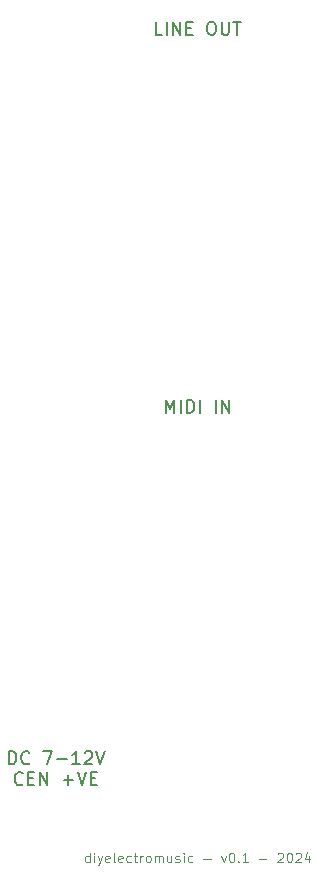
<source format=gbr>
%TF.GenerationSoftware,KiCad,Pcbnew,7.0.9*%
%TF.CreationDate,2024-05-22T12:08:37+01:00*%
%TF.ProjectId,Esp32EduModular-Acc-Panel,45737033-3245-4647-954d-6f64756c6172,rev?*%
%TF.SameCoordinates,Original*%
%TF.FileFunction,Legend,Top*%
%TF.FilePolarity,Positive*%
%FSLAX46Y46*%
G04 Gerber Fmt 4.6, Leading zero omitted, Abs format (unit mm)*
G04 Created by KiCad (PCBNEW 7.0.9) date 2024-05-22 12:08:37*
%MOMM*%
%LPD*%
G01*
G04 APERTURE LIST*
%ADD10C,0.200000*%
%ADD11C,0.100000*%
G04 APERTURE END LIST*
D10*
X72014286Y-77854980D02*
X71490476Y-77854980D01*
X71490476Y-77854980D02*
X71490476Y-76754980D01*
X72380952Y-77854980D02*
X72380952Y-76754980D01*
X72904762Y-77854980D02*
X72904762Y-76754980D01*
X72904762Y-76754980D02*
X73533334Y-77854980D01*
X73533334Y-77854980D02*
X73533334Y-76754980D01*
X74057143Y-77278790D02*
X74423810Y-77278790D01*
X74580953Y-77854980D02*
X74057143Y-77854980D01*
X74057143Y-77854980D02*
X74057143Y-76754980D01*
X74057143Y-76754980D02*
X74580953Y-76754980D01*
X76100000Y-76754980D02*
X76309524Y-76754980D01*
X76309524Y-76754980D02*
X76414286Y-76807361D01*
X76414286Y-76807361D02*
X76519048Y-76912123D01*
X76519048Y-76912123D02*
X76571429Y-77121647D01*
X76571429Y-77121647D02*
X76571429Y-77488314D01*
X76571429Y-77488314D02*
X76519048Y-77697838D01*
X76519048Y-77697838D02*
X76414286Y-77802600D01*
X76414286Y-77802600D02*
X76309524Y-77854980D01*
X76309524Y-77854980D02*
X76100000Y-77854980D01*
X76100000Y-77854980D02*
X75995238Y-77802600D01*
X75995238Y-77802600D02*
X75890476Y-77697838D01*
X75890476Y-77697838D02*
X75838095Y-77488314D01*
X75838095Y-77488314D02*
X75838095Y-77121647D01*
X75838095Y-77121647D02*
X75890476Y-76912123D01*
X75890476Y-76912123D02*
X75995238Y-76807361D01*
X75995238Y-76807361D02*
X76100000Y-76754980D01*
X77042857Y-76754980D02*
X77042857Y-77645457D01*
X77042857Y-77645457D02*
X77095238Y-77750219D01*
X77095238Y-77750219D02*
X77147619Y-77802600D01*
X77147619Y-77802600D02*
X77252381Y-77854980D01*
X77252381Y-77854980D02*
X77461905Y-77854980D01*
X77461905Y-77854980D02*
X77566667Y-77802600D01*
X77566667Y-77802600D02*
X77619048Y-77750219D01*
X77619048Y-77750219D02*
X77671429Y-77645457D01*
X77671429Y-77645457D02*
X77671429Y-76754980D01*
X78038095Y-76754980D02*
X78666667Y-76754980D01*
X78352381Y-77854980D02*
X78352381Y-76754980D01*
X72302380Y-109854980D02*
X72302380Y-108754980D01*
X72302380Y-108754980D02*
X72669047Y-109540695D01*
X72669047Y-109540695D02*
X73035714Y-108754980D01*
X73035714Y-108754980D02*
X73035714Y-109854980D01*
X73559523Y-109854980D02*
X73559523Y-108754980D01*
X74083333Y-109854980D02*
X74083333Y-108754980D01*
X74083333Y-108754980D02*
X74345238Y-108754980D01*
X74345238Y-108754980D02*
X74502381Y-108807361D01*
X74502381Y-108807361D02*
X74607143Y-108912123D01*
X74607143Y-108912123D02*
X74659524Y-109016885D01*
X74659524Y-109016885D02*
X74711905Y-109226409D01*
X74711905Y-109226409D02*
X74711905Y-109383552D01*
X74711905Y-109383552D02*
X74659524Y-109593076D01*
X74659524Y-109593076D02*
X74607143Y-109697838D01*
X74607143Y-109697838D02*
X74502381Y-109802600D01*
X74502381Y-109802600D02*
X74345238Y-109854980D01*
X74345238Y-109854980D02*
X74083333Y-109854980D01*
X75183333Y-109854980D02*
X75183333Y-108754980D01*
X76545238Y-109854980D02*
X76545238Y-108754980D01*
X77069048Y-109854980D02*
X77069048Y-108754980D01*
X77069048Y-108754980D02*
X77697620Y-109854980D01*
X77697620Y-109854980D02*
X77697620Y-108754980D01*
X59019047Y-139612980D02*
X59019047Y-138512980D01*
X59019047Y-138512980D02*
X59280952Y-138512980D01*
X59280952Y-138512980D02*
X59438095Y-138565361D01*
X59438095Y-138565361D02*
X59542857Y-138670123D01*
X59542857Y-138670123D02*
X59595238Y-138774885D01*
X59595238Y-138774885D02*
X59647619Y-138984409D01*
X59647619Y-138984409D02*
X59647619Y-139141552D01*
X59647619Y-139141552D02*
X59595238Y-139351076D01*
X59595238Y-139351076D02*
X59542857Y-139455838D01*
X59542857Y-139455838D02*
X59438095Y-139560600D01*
X59438095Y-139560600D02*
X59280952Y-139612980D01*
X59280952Y-139612980D02*
X59019047Y-139612980D01*
X60747619Y-139508219D02*
X60695238Y-139560600D01*
X60695238Y-139560600D02*
X60538095Y-139612980D01*
X60538095Y-139612980D02*
X60433333Y-139612980D01*
X60433333Y-139612980D02*
X60276190Y-139560600D01*
X60276190Y-139560600D02*
X60171428Y-139455838D01*
X60171428Y-139455838D02*
X60119047Y-139351076D01*
X60119047Y-139351076D02*
X60066666Y-139141552D01*
X60066666Y-139141552D02*
X60066666Y-138984409D01*
X60066666Y-138984409D02*
X60119047Y-138774885D01*
X60119047Y-138774885D02*
X60171428Y-138670123D01*
X60171428Y-138670123D02*
X60276190Y-138565361D01*
X60276190Y-138565361D02*
X60433333Y-138512980D01*
X60433333Y-138512980D02*
X60538095Y-138512980D01*
X60538095Y-138512980D02*
X60695238Y-138565361D01*
X60695238Y-138565361D02*
X60747619Y-138617742D01*
X61952380Y-138512980D02*
X62685714Y-138512980D01*
X62685714Y-138512980D02*
X62214285Y-139612980D01*
X63104761Y-139193933D02*
X63942857Y-139193933D01*
X65042857Y-139612980D02*
X64414285Y-139612980D01*
X64728571Y-139612980D02*
X64728571Y-138512980D01*
X64728571Y-138512980D02*
X64623809Y-138670123D01*
X64623809Y-138670123D02*
X64519047Y-138774885D01*
X64519047Y-138774885D02*
X64414285Y-138827266D01*
X65461904Y-138617742D02*
X65514285Y-138565361D01*
X65514285Y-138565361D02*
X65619047Y-138512980D01*
X65619047Y-138512980D02*
X65880952Y-138512980D01*
X65880952Y-138512980D02*
X65985714Y-138565361D01*
X65985714Y-138565361D02*
X66038095Y-138617742D01*
X66038095Y-138617742D02*
X66090476Y-138722504D01*
X66090476Y-138722504D02*
X66090476Y-138827266D01*
X66090476Y-138827266D02*
X66038095Y-138984409D01*
X66038095Y-138984409D02*
X65409523Y-139612980D01*
X65409523Y-139612980D02*
X66090476Y-139612980D01*
X66404761Y-138512980D02*
X66771428Y-139612980D01*
X66771428Y-139612980D02*
X67138095Y-138512980D01*
X60197619Y-141279219D02*
X60145238Y-141331600D01*
X60145238Y-141331600D02*
X59988095Y-141383980D01*
X59988095Y-141383980D02*
X59883333Y-141383980D01*
X59883333Y-141383980D02*
X59726190Y-141331600D01*
X59726190Y-141331600D02*
X59621428Y-141226838D01*
X59621428Y-141226838D02*
X59569047Y-141122076D01*
X59569047Y-141122076D02*
X59516666Y-140912552D01*
X59516666Y-140912552D02*
X59516666Y-140755409D01*
X59516666Y-140755409D02*
X59569047Y-140545885D01*
X59569047Y-140545885D02*
X59621428Y-140441123D01*
X59621428Y-140441123D02*
X59726190Y-140336361D01*
X59726190Y-140336361D02*
X59883333Y-140283980D01*
X59883333Y-140283980D02*
X59988095Y-140283980D01*
X59988095Y-140283980D02*
X60145238Y-140336361D01*
X60145238Y-140336361D02*
X60197619Y-140388742D01*
X60669047Y-140807790D02*
X61035714Y-140807790D01*
X61192857Y-141383980D02*
X60669047Y-141383980D01*
X60669047Y-141383980D02*
X60669047Y-140283980D01*
X60669047Y-140283980D02*
X61192857Y-140283980D01*
X61664285Y-141383980D02*
X61664285Y-140283980D01*
X61664285Y-140283980D02*
X62292857Y-141383980D01*
X62292857Y-141383980D02*
X62292857Y-140283980D01*
X63654761Y-140964933D02*
X64492857Y-140964933D01*
X64073809Y-141383980D02*
X64073809Y-140545885D01*
X64859523Y-140283980D02*
X65226190Y-141383980D01*
X65226190Y-141383980D02*
X65592857Y-140283980D01*
X65959523Y-140807790D02*
X66326190Y-140807790D01*
X66483333Y-141383980D02*
X65959523Y-141383980D01*
X65959523Y-141383980D02*
X65959523Y-140283980D01*
X65959523Y-140283980D02*
X66483333Y-140283980D01*
D11*
X65857142Y-147896895D02*
X65857142Y-147096895D01*
X65857142Y-147858800D02*
X65780951Y-147896895D01*
X65780951Y-147896895D02*
X65628570Y-147896895D01*
X65628570Y-147896895D02*
X65552380Y-147858800D01*
X65552380Y-147858800D02*
X65514285Y-147820704D01*
X65514285Y-147820704D02*
X65476189Y-147744514D01*
X65476189Y-147744514D02*
X65476189Y-147515942D01*
X65476189Y-147515942D02*
X65514285Y-147439752D01*
X65514285Y-147439752D02*
X65552380Y-147401657D01*
X65552380Y-147401657D02*
X65628570Y-147363561D01*
X65628570Y-147363561D02*
X65780951Y-147363561D01*
X65780951Y-147363561D02*
X65857142Y-147401657D01*
X66238095Y-147896895D02*
X66238095Y-147363561D01*
X66238095Y-147096895D02*
X66199999Y-147134990D01*
X66199999Y-147134990D02*
X66238095Y-147173085D01*
X66238095Y-147173085D02*
X66276190Y-147134990D01*
X66276190Y-147134990D02*
X66238095Y-147096895D01*
X66238095Y-147096895D02*
X66238095Y-147173085D01*
X66542856Y-147363561D02*
X66733332Y-147896895D01*
X66923809Y-147363561D02*
X66733332Y-147896895D01*
X66733332Y-147896895D02*
X66657142Y-148087371D01*
X66657142Y-148087371D02*
X66619047Y-148125466D01*
X66619047Y-148125466D02*
X66542856Y-148163561D01*
X67533333Y-147858800D02*
X67457142Y-147896895D01*
X67457142Y-147896895D02*
X67304761Y-147896895D01*
X67304761Y-147896895D02*
X67228571Y-147858800D01*
X67228571Y-147858800D02*
X67190475Y-147782609D01*
X67190475Y-147782609D02*
X67190475Y-147477847D01*
X67190475Y-147477847D02*
X67228571Y-147401657D01*
X67228571Y-147401657D02*
X67304761Y-147363561D01*
X67304761Y-147363561D02*
X67457142Y-147363561D01*
X67457142Y-147363561D02*
X67533333Y-147401657D01*
X67533333Y-147401657D02*
X67571428Y-147477847D01*
X67571428Y-147477847D02*
X67571428Y-147554038D01*
X67571428Y-147554038D02*
X67190475Y-147630228D01*
X68028570Y-147896895D02*
X67952380Y-147858800D01*
X67952380Y-147858800D02*
X67914285Y-147782609D01*
X67914285Y-147782609D02*
X67914285Y-147096895D01*
X68638095Y-147858800D02*
X68561904Y-147896895D01*
X68561904Y-147896895D02*
X68409523Y-147896895D01*
X68409523Y-147896895D02*
X68333333Y-147858800D01*
X68333333Y-147858800D02*
X68295237Y-147782609D01*
X68295237Y-147782609D02*
X68295237Y-147477847D01*
X68295237Y-147477847D02*
X68333333Y-147401657D01*
X68333333Y-147401657D02*
X68409523Y-147363561D01*
X68409523Y-147363561D02*
X68561904Y-147363561D01*
X68561904Y-147363561D02*
X68638095Y-147401657D01*
X68638095Y-147401657D02*
X68676190Y-147477847D01*
X68676190Y-147477847D02*
X68676190Y-147554038D01*
X68676190Y-147554038D02*
X68295237Y-147630228D01*
X69361904Y-147858800D02*
X69285713Y-147896895D01*
X69285713Y-147896895D02*
X69133332Y-147896895D01*
X69133332Y-147896895D02*
X69057142Y-147858800D01*
X69057142Y-147858800D02*
X69019047Y-147820704D01*
X69019047Y-147820704D02*
X68980951Y-147744514D01*
X68980951Y-147744514D02*
X68980951Y-147515942D01*
X68980951Y-147515942D02*
X69019047Y-147439752D01*
X69019047Y-147439752D02*
X69057142Y-147401657D01*
X69057142Y-147401657D02*
X69133332Y-147363561D01*
X69133332Y-147363561D02*
X69285713Y-147363561D01*
X69285713Y-147363561D02*
X69361904Y-147401657D01*
X69590475Y-147363561D02*
X69895237Y-147363561D01*
X69704761Y-147096895D02*
X69704761Y-147782609D01*
X69704761Y-147782609D02*
X69742856Y-147858800D01*
X69742856Y-147858800D02*
X69819046Y-147896895D01*
X69819046Y-147896895D02*
X69895237Y-147896895D01*
X70161904Y-147896895D02*
X70161904Y-147363561D01*
X70161904Y-147515942D02*
X70199999Y-147439752D01*
X70199999Y-147439752D02*
X70238094Y-147401657D01*
X70238094Y-147401657D02*
X70314285Y-147363561D01*
X70314285Y-147363561D02*
X70390475Y-147363561D01*
X70771427Y-147896895D02*
X70695237Y-147858800D01*
X70695237Y-147858800D02*
X70657142Y-147820704D01*
X70657142Y-147820704D02*
X70619046Y-147744514D01*
X70619046Y-147744514D02*
X70619046Y-147515942D01*
X70619046Y-147515942D02*
X70657142Y-147439752D01*
X70657142Y-147439752D02*
X70695237Y-147401657D01*
X70695237Y-147401657D02*
X70771427Y-147363561D01*
X70771427Y-147363561D02*
X70885713Y-147363561D01*
X70885713Y-147363561D02*
X70961904Y-147401657D01*
X70961904Y-147401657D02*
X70999999Y-147439752D01*
X70999999Y-147439752D02*
X71038094Y-147515942D01*
X71038094Y-147515942D02*
X71038094Y-147744514D01*
X71038094Y-147744514D02*
X70999999Y-147820704D01*
X70999999Y-147820704D02*
X70961904Y-147858800D01*
X70961904Y-147858800D02*
X70885713Y-147896895D01*
X70885713Y-147896895D02*
X70771427Y-147896895D01*
X71380952Y-147896895D02*
X71380952Y-147363561D01*
X71380952Y-147439752D02*
X71419047Y-147401657D01*
X71419047Y-147401657D02*
X71495237Y-147363561D01*
X71495237Y-147363561D02*
X71609523Y-147363561D01*
X71609523Y-147363561D02*
X71685714Y-147401657D01*
X71685714Y-147401657D02*
X71723809Y-147477847D01*
X71723809Y-147477847D02*
X71723809Y-147896895D01*
X71723809Y-147477847D02*
X71761904Y-147401657D01*
X71761904Y-147401657D02*
X71838095Y-147363561D01*
X71838095Y-147363561D02*
X71952380Y-147363561D01*
X71952380Y-147363561D02*
X72028571Y-147401657D01*
X72028571Y-147401657D02*
X72066666Y-147477847D01*
X72066666Y-147477847D02*
X72066666Y-147896895D01*
X72790476Y-147363561D02*
X72790476Y-147896895D01*
X72447619Y-147363561D02*
X72447619Y-147782609D01*
X72447619Y-147782609D02*
X72485714Y-147858800D01*
X72485714Y-147858800D02*
X72561904Y-147896895D01*
X72561904Y-147896895D02*
X72676190Y-147896895D01*
X72676190Y-147896895D02*
X72752381Y-147858800D01*
X72752381Y-147858800D02*
X72790476Y-147820704D01*
X73133333Y-147858800D02*
X73209524Y-147896895D01*
X73209524Y-147896895D02*
X73361905Y-147896895D01*
X73361905Y-147896895D02*
X73438095Y-147858800D01*
X73438095Y-147858800D02*
X73476191Y-147782609D01*
X73476191Y-147782609D02*
X73476191Y-147744514D01*
X73476191Y-147744514D02*
X73438095Y-147668323D01*
X73438095Y-147668323D02*
X73361905Y-147630228D01*
X73361905Y-147630228D02*
X73247619Y-147630228D01*
X73247619Y-147630228D02*
X73171429Y-147592133D01*
X73171429Y-147592133D02*
X73133333Y-147515942D01*
X73133333Y-147515942D02*
X73133333Y-147477847D01*
X73133333Y-147477847D02*
X73171429Y-147401657D01*
X73171429Y-147401657D02*
X73247619Y-147363561D01*
X73247619Y-147363561D02*
X73361905Y-147363561D01*
X73361905Y-147363561D02*
X73438095Y-147401657D01*
X73819048Y-147896895D02*
X73819048Y-147363561D01*
X73819048Y-147096895D02*
X73780952Y-147134990D01*
X73780952Y-147134990D02*
X73819048Y-147173085D01*
X73819048Y-147173085D02*
X73857143Y-147134990D01*
X73857143Y-147134990D02*
X73819048Y-147096895D01*
X73819048Y-147096895D02*
X73819048Y-147173085D01*
X74542857Y-147858800D02*
X74466666Y-147896895D01*
X74466666Y-147896895D02*
X74314285Y-147896895D01*
X74314285Y-147896895D02*
X74238095Y-147858800D01*
X74238095Y-147858800D02*
X74200000Y-147820704D01*
X74200000Y-147820704D02*
X74161904Y-147744514D01*
X74161904Y-147744514D02*
X74161904Y-147515942D01*
X74161904Y-147515942D02*
X74200000Y-147439752D01*
X74200000Y-147439752D02*
X74238095Y-147401657D01*
X74238095Y-147401657D02*
X74314285Y-147363561D01*
X74314285Y-147363561D02*
X74466666Y-147363561D01*
X74466666Y-147363561D02*
X74542857Y-147401657D01*
X75495238Y-147592133D02*
X76104762Y-147592133D01*
X77019047Y-147363561D02*
X77209523Y-147896895D01*
X77209523Y-147896895D02*
X77400000Y-147363561D01*
X77857143Y-147096895D02*
X77933333Y-147096895D01*
X77933333Y-147096895D02*
X78009524Y-147134990D01*
X78009524Y-147134990D02*
X78047619Y-147173085D01*
X78047619Y-147173085D02*
X78085714Y-147249276D01*
X78085714Y-147249276D02*
X78123809Y-147401657D01*
X78123809Y-147401657D02*
X78123809Y-147592133D01*
X78123809Y-147592133D02*
X78085714Y-147744514D01*
X78085714Y-147744514D02*
X78047619Y-147820704D01*
X78047619Y-147820704D02*
X78009524Y-147858800D01*
X78009524Y-147858800D02*
X77933333Y-147896895D01*
X77933333Y-147896895D02*
X77857143Y-147896895D01*
X77857143Y-147896895D02*
X77780952Y-147858800D01*
X77780952Y-147858800D02*
X77742857Y-147820704D01*
X77742857Y-147820704D02*
X77704762Y-147744514D01*
X77704762Y-147744514D02*
X77666666Y-147592133D01*
X77666666Y-147592133D02*
X77666666Y-147401657D01*
X77666666Y-147401657D02*
X77704762Y-147249276D01*
X77704762Y-147249276D02*
X77742857Y-147173085D01*
X77742857Y-147173085D02*
X77780952Y-147134990D01*
X77780952Y-147134990D02*
X77857143Y-147096895D01*
X78466667Y-147820704D02*
X78504762Y-147858800D01*
X78504762Y-147858800D02*
X78466667Y-147896895D01*
X78466667Y-147896895D02*
X78428571Y-147858800D01*
X78428571Y-147858800D02*
X78466667Y-147820704D01*
X78466667Y-147820704D02*
X78466667Y-147896895D01*
X79266666Y-147896895D02*
X78809523Y-147896895D01*
X79038095Y-147896895D02*
X79038095Y-147096895D01*
X79038095Y-147096895D02*
X78961904Y-147211180D01*
X78961904Y-147211180D02*
X78885714Y-147287371D01*
X78885714Y-147287371D02*
X78809523Y-147325466D01*
X80219048Y-147592133D02*
X80828572Y-147592133D01*
X81780952Y-147173085D02*
X81819048Y-147134990D01*
X81819048Y-147134990D02*
X81895238Y-147096895D01*
X81895238Y-147096895D02*
X82085714Y-147096895D01*
X82085714Y-147096895D02*
X82161905Y-147134990D01*
X82161905Y-147134990D02*
X82200000Y-147173085D01*
X82200000Y-147173085D02*
X82238095Y-147249276D01*
X82238095Y-147249276D02*
X82238095Y-147325466D01*
X82238095Y-147325466D02*
X82200000Y-147439752D01*
X82200000Y-147439752D02*
X81742857Y-147896895D01*
X81742857Y-147896895D02*
X82238095Y-147896895D01*
X82733334Y-147096895D02*
X82809524Y-147096895D01*
X82809524Y-147096895D02*
X82885715Y-147134990D01*
X82885715Y-147134990D02*
X82923810Y-147173085D01*
X82923810Y-147173085D02*
X82961905Y-147249276D01*
X82961905Y-147249276D02*
X83000000Y-147401657D01*
X83000000Y-147401657D02*
X83000000Y-147592133D01*
X83000000Y-147592133D02*
X82961905Y-147744514D01*
X82961905Y-147744514D02*
X82923810Y-147820704D01*
X82923810Y-147820704D02*
X82885715Y-147858800D01*
X82885715Y-147858800D02*
X82809524Y-147896895D01*
X82809524Y-147896895D02*
X82733334Y-147896895D01*
X82733334Y-147896895D02*
X82657143Y-147858800D01*
X82657143Y-147858800D02*
X82619048Y-147820704D01*
X82619048Y-147820704D02*
X82580953Y-147744514D01*
X82580953Y-147744514D02*
X82542857Y-147592133D01*
X82542857Y-147592133D02*
X82542857Y-147401657D01*
X82542857Y-147401657D02*
X82580953Y-147249276D01*
X82580953Y-147249276D02*
X82619048Y-147173085D01*
X82619048Y-147173085D02*
X82657143Y-147134990D01*
X82657143Y-147134990D02*
X82733334Y-147096895D01*
X83304762Y-147173085D02*
X83342858Y-147134990D01*
X83342858Y-147134990D02*
X83419048Y-147096895D01*
X83419048Y-147096895D02*
X83609524Y-147096895D01*
X83609524Y-147096895D02*
X83685715Y-147134990D01*
X83685715Y-147134990D02*
X83723810Y-147173085D01*
X83723810Y-147173085D02*
X83761905Y-147249276D01*
X83761905Y-147249276D02*
X83761905Y-147325466D01*
X83761905Y-147325466D02*
X83723810Y-147439752D01*
X83723810Y-147439752D02*
X83266667Y-147896895D01*
X83266667Y-147896895D02*
X83761905Y-147896895D01*
X84447620Y-147363561D02*
X84447620Y-147896895D01*
X84257144Y-147058800D02*
X84066667Y-147630228D01*
X84066667Y-147630228D02*
X84561906Y-147630228D01*
M02*

</source>
